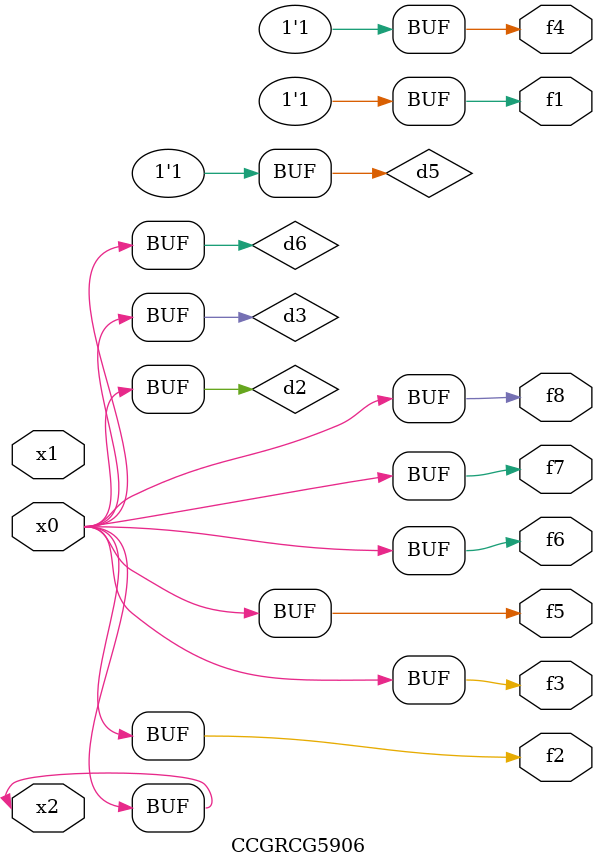
<source format=v>
module CCGRCG5906(
	input x0, x1, x2,
	output f1, f2, f3, f4, f5, f6, f7, f8
);

	wire d1, d2, d3, d4, d5, d6;

	xnor (d1, x2);
	buf (d2, x0, x2);
	and (d3, x0);
	xnor (d4, x1, x2);
	nand (d5, d1, d3);
	buf (d6, d2, d3);
	assign f1 = d5;
	assign f2 = d6;
	assign f3 = d6;
	assign f4 = d5;
	assign f5 = d6;
	assign f6 = d6;
	assign f7 = d6;
	assign f8 = d6;
endmodule

</source>
